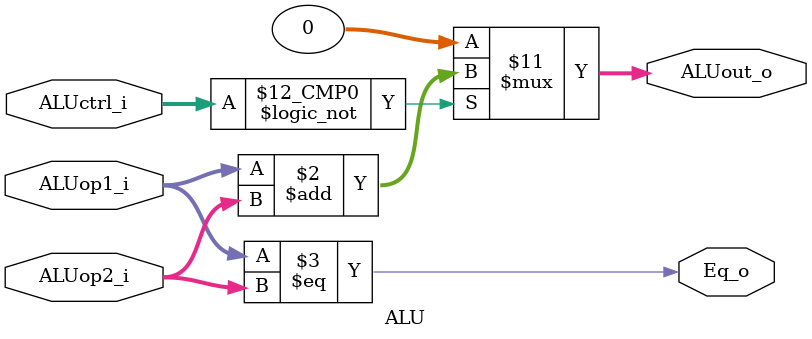
<source format=sv>
module ALU #(
    parameter DW = 32
)(
    input logic [DW-1:0]                ALUop1_i,
    input logic [2:0]                   ALUctrl_i,
    input logic [DW-1:0]                ALUop2_i,
    

    output logic [DW-1:0]           ALUout_o,
    output logic                        Eq_o
);

always_comb begin
    
    case (ALUctrl_i)
        3'b000: ALUout_o = ALUop1_i + ALUop2_i;
        3'b001: ALUout_o= 32'b0;
        3'b010: ALUout_o= 32'b0;
        3'b011: ALUout_o= 32'b0;
        3'b100: ALUout_o= 32'b0;
        3'b101: ALUout_o= 32'b0;
        3'b110: ALUout_o= 32'b0;
        default: ALUout_o = 0;
    endcase
    
end
assign Eq_o = (ALUop1_i==ALUop2_i);


endmodule 

</source>
